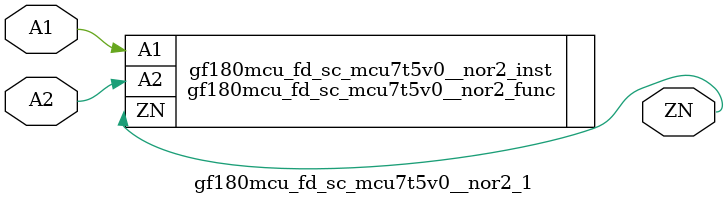
<source format=v>

`ifndef GF180MCU_FD_SC_MCU7T5V0__NOR2_1_V
`define GF180MCU_FD_SC_MCU7T5V0__NOR2_1_V

`include gf180mcu_fd_sc_mcu7t5v0__nor2.v

`ifdef USE_POWER_PINS
module gf180mcu_fd_sc_mcu7t5v0__nor2_1( A2, ZN, A1, VDD, VSS );
inout VDD, VSS;
`else // If not USE_POWER_PINS
module gf180mcu_fd_sc_mcu7t5v0__nor2_1( A2, ZN, A1 );
`endif // If not USE_POWER_PINS
input A1, A2;
output ZN;

`ifdef USE_POWER_PINS
  gf180mcu_fd_sc_mcu7t5v0__nor2_func gf180mcu_fd_sc_mcu7t5v0__nor2_inst(.A2(A2),.ZN(ZN),.A1(A1),.VDD(VDD),.VSS(VSS));
`else // If not USE_POWER_PINS
  gf180mcu_fd_sc_mcu7t5v0__nor2_func gf180mcu_fd_sc_mcu7t5v0__nor2_inst(.A2(A2),.ZN(ZN),.A1(A1));
`endif // If not USE_POWER_PINS

`ifndef FUNCTIONAL
	// spec_gates_begin


	// spec_gates_end



   specify

	// specify_block_begin

	// comb arc A1 --> ZN
	 (A1 => ZN) = (1.0,1.0);

	// comb arc A2 --> ZN
	 (A2 => ZN) = (1.0,1.0);

	// specify_block_end

   endspecify

   `endif

endmodule
`endif

</source>
